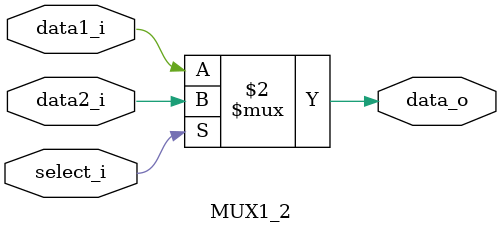
<source format=v>
module MUX1_2
(
    data1_i,
    data2_i,
    select_i,
    data_o
);

// Ports
input         data1_i;
input         data2_i;
input         select_i;
output        data_o; 


// Read Data      
assign  data_o = (select_i == 0)? data1_i : data2_i;
   
endmodule 

</source>
